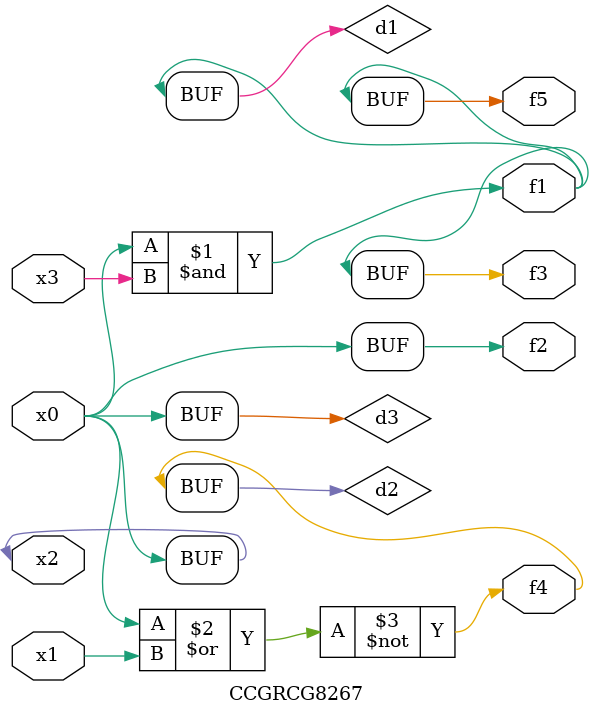
<source format=v>
module CCGRCG8267(
	input x0, x1, x2, x3,
	output f1, f2, f3, f4, f5
);

	wire d1, d2, d3;

	and (d1, x2, x3);
	nor (d2, x0, x1);
	buf (d3, x0, x2);
	assign f1 = d1;
	assign f2 = d3;
	assign f3 = d1;
	assign f4 = d2;
	assign f5 = d1;
endmodule

</source>
